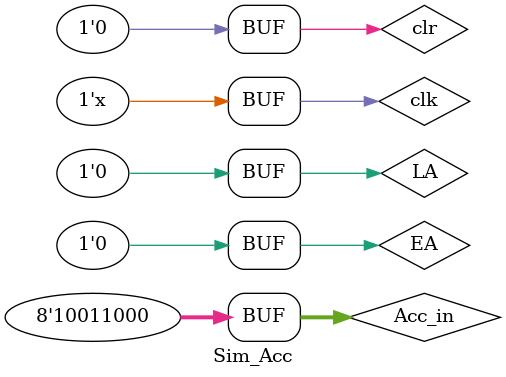
<source format=v>
module Acc (LA,EA,clk,clr,Acc_in,Acc_out_Bus,Acc_out_Su);
 input       LA,EA,clk,clr;
 input  [7:0]Acc_in;
 output [7:0]Acc_out_Bus,Acc_out_Su;
 reg [7:0]temp;
 
 always@(posedge clk)
 begin
 if (clr)      temp<=8'b0;
 else if(LA) temp<=Acc_in;
 else          temp<=temp;
 end
 
 assign Acc_out_Bus=(EA)?temp:8'bz;
 assign Acc_out_Su =     temp;
 
 endmodule
 
 //-----testbench-----
 module Sim_Acc;
 reg       LA,EA,clk,clr;
 reg  [7:0]Acc_in;
 wire [7:0]Acc_out_Bus,Acc_out_Su;
Acc G(LA,EA,clk,clr,Acc_in,Acc_out_Bus,Acc_out_Su);
   initial
   begin
      clk=1'b0; LA=1'b0; EA=1'b0; clr=1'b1; Acc_in=8'b1001_1000;// clear
#100            LA=1'b1; EA=1'b0; clr=1'b1; Acc_in=8'b1001_1000;
#100            LA=1'b1; EA=1'b0; clr=1'b0; Acc_in=8'b1001_1000;
#100            LA=1'b0; EA=1'b1; clr=1'b0; Acc_in=8'b1001_1000;
#100            LA=1'b0; EA=1'b0; clr=1'b0; Acc_in=8'b1001_1000;
   end
   always
   #50 clk=~clk;
   endmodule
</source>
